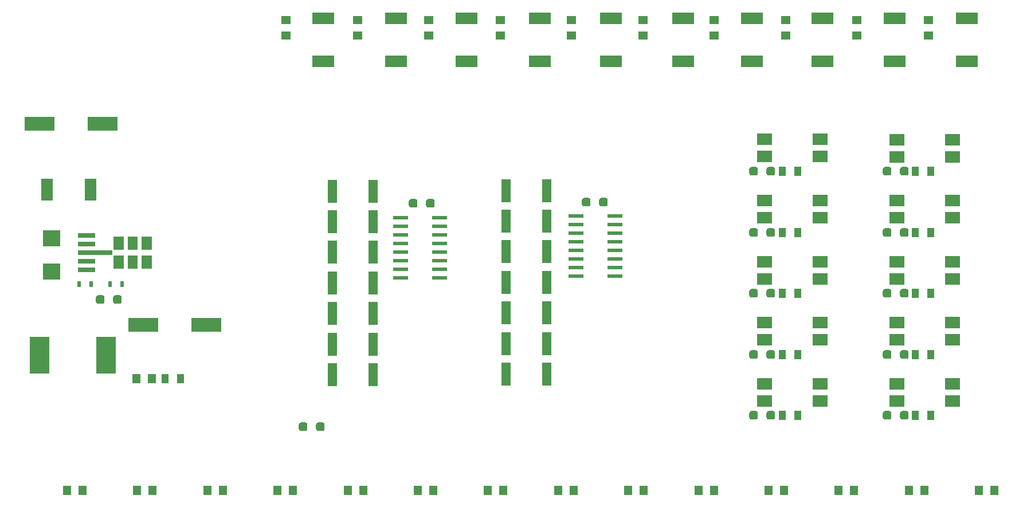
<source format=gtp>
G04*
G04 #@! TF.GenerationSoftware,Altium Limited,Altium Designer,20.2.3 (150)*
G04*
G04 Layer_Color=8421504*
%FSTAX24Y24*%
%MOIN*%
G70*
G04*
G04 #@! TF.SameCoordinates,FD17E350-08D3-4DFF-A4DB-8DFB896FC0A1*
G04*
G04*
G04 #@! TF.FilePolarity,Positive*
G04*
G01*
G75*
%ADD24R,0.0700X0.1260*%
%ADD25R,0.1772X0.0827*%
%ADD26R,0.1024X0.0917*%
G04:AMPARAMS|DCode=27|XSize=50mil|YSize=50mil|CornerRadius=12.5mil|HoleSize=0mil|Usage=FLASHONLY|Rotation=180.000|XOffset=0mil|YOffset=0mil|HoleType=Round|Shape=RoundedRectangle|*
%AMROUNDEDRECTD27*
21,1,0.0500,0.0250,0,0,180.0*
21,1,0.0250,0.0500,0,0,180.0*
1,1,0.0250,-0.0125,0.0125*
1,1,0.0250,0.0125,0.0125*
1,1,0.0250,0.0125,-0.0125*
1,1,0.0250,-0.0125,-0.0125*
%
%ADD27ROUNDEDRECTD27*%
%ADD28R,0.0394X0.0550*%
%ADD29R,0.0500X0.0550*%
%ADD30R,0.0550X0.0500*%
%ADD31R,0.1299X0.0709*%
%ADD32R,0.0236X0.0354*%
%ADD33R,0.0866X0.0236*%
%ADD34R,0.1181X0.2126*%
%ADD35R,0.0866X0.0669*%
%ADD36R,0.0992X0.0311*%
%ADD37R,0.2008X0.0311*%
%ADD38R,0.0528X0.1346*%
G36*
X221737Y136884D02*
X221146D01*
Y13764D01*
X221737D01*
Y136884D01*
D02*
G37*
G36*
X220922D02*
X220331D01*
Y13764D01*
X220922D01*
Y136884D01*
D02*
G37*
G36*
X220107D02*
X219516D01*
Y13764D01*
X220107D01*
Y136884D01*
D02*
G37*
G36*
X221737Y13579D02*
X221146D01*
Y136546D01*
X221737D01*
Y13579D01*
D02*
G37*
G36*
X220922D02*
X220331D01*
Y136546D01*
X220922D01*
Y13579D01*
D02*
G37*
G36*
X220107D02*
X219516D01*
Y136546D01*
X220107D01*
Y13579D01*
D02*
G37*
D24*
X218183Y140405D02*
D03*
X215643D02*
D03*
D25*
X224928Y132527D02*
D03*
X221258D02*
D03*
X218884Y144227D02*
D03*
X215215D02*
D03*
D26*
X2159Y137543D02*
D03*
Y135637D02*
D03*
D27*
X23055Y1266D02*
D03*
X23155D02*
D03*
X25675Y12725D02*
D03*
X25775D02*
D03*
Y1308D02*
D03*
X25675D02*
D03*
X25775Y13435D02*
D03*
X25675D02*
D03*
Y1379D02*
D03*
X25775D02*
D03*
Y14145D02*
D03*
X25675D02*
D03*
X2645Y1308D02*
D03*
X2655D02*
D03*
Y13435D02*
D03*
X2645D02*
D03*
Y1379D02*
D03*
X2655D02*
D03*
Y14145D02*
D03*
X2645D02*
D03*
Y12725D02*
D03*
X2655D02*
D03*
X21975Y134D02*
D03*
X21875D02*
D03*
X248Y13965D02*
D03*
X247D02*
D03*
X23695Y1396D02*
D03*
X23795D02*
D03*
D28*
X2584Y12725D02*
D03*
X2593D02*
D03*
X2584Y1308D02*
D03*
X2593D02*
D03*
X2584Y13435D02*
D03*
X2593D02*
D03*
X2584Y1379D02*
D03*
X2593D02*
D03*
X2584Y14145D02*
D03*
X2593D02*
D03*
X2225Y1294D02*
D03*
X2234D02*
D03*
X26615Y12725D02*
D03*
X26705D02*
D03*
X26615Y1308D02*
D03*
X26705D02*
D03*
X26615Y13435D02*
D03*
X26705D02*
D03*
X26615Y1379D02*
D03*
X26705D02*
D03*
X26615Y14145D02*
D03*
X26705D02*
D03*
D29*
X21771Y1229D02*
D03*
X21681D02*
D03*
X22089D02*
D03*
X22179D02*
D03*
X22587D02*
D03*
X22497D02*
D03*
X22905D02*
D03*
X22995D02*
D03*
X23403D02*
D03*
X23313D02*
D03*
X23721D02*
D03*
X23811D02*
D03*
X24219D02*
D03*
X24129D02*
D03*
X24537D02*
D03*
X24627D02*
D03*
X25035D02*
D03*
X24945D02*
D03*
X25353D02*
D03*
X25443D02*
D03*
X25851D02*
D03*
X25761D02*
D03*
X26169D02*
D03*
X26259D02*
D03*
X26667D02*
D03*
X26577D02*
D03*
X26985D02*
D03*
X27075D02*
D03*
X22175Y1294D02*
D03*
X22085D02*
D03*
D30*
X229549Y150268D02*
D03*
Y149368D02*
D03*
X250299D02*
D03*
Y150268D02*
D03*
X233699D02*
D03*
Y149368D02*
D03*
X254449D02*
D03*
Y150268D02*
D03*
X237849D02*
D03*
Y149368D02*
D03*
X258599D02*
D03*
Y150268D02*
D03*
X241999D02*
D03*
Y149368D02*
D03*
X262749D02*
D03*
Y150268D02*
D03*
X246149D02*
D03*
Y149368D02*
D03*
X266899D02*
D03*
Y150268D02*
D03*
D31*
X26915Y15036D02*
D03*
Y14784D02*
D03*
X24845Y15036D02*
D03*
Y14784D02*
D03*
X26495Y15036D02*
D03*
Y14784D02*
D03*
X2443Y15036D02*
D03*
Y14784D02*
D03*
X26075Y15036D02*
D03*
Y14784D02*
D03*
X24005Y15036D02*
D03*
Y14784D02*
D03*
X25665Y15036D02*
D03*
Y14784D02*
D03*
X23595Y15036D02*
D03*
Y14784D02*
D03*
X25265Y15036D02*
D03*
Y14784D02*
D03*
X2317Y15036D02*
D03*
Y14784D02*
D03*
D32*
X220015Y1349D02*
D03*
X2193Y1349D02*
D03*
X218215Y1349D02*
D03*
X2175Y1349D02*
D03*
D33*
X246426Y13885D02*
D03*
Y13835D02*
D03*
Y13785D02*
D03*
Y13735D02*
D03*
Y13685D02*
D03*
Y13635D02*
D03*
Y13585D02*
D03*
Y13535D02*
D03*
X248674Y13885D02*
D03*
Y13835D02*
D03*
Y13785D02*
D03*
Y13735D02*
D03*
Y13685D02*
D03*
Y13635D02*
D03*
Y13585D02*
D03*
Y13535D02*
D03*
X238474Y13525D02*
D03*
Y13575D02*
D03*
Y13625D02*
D03*
Y13675D02*
D03*
Y13725D02*
D03*
Y13775D02*
D03*
Y13825D02*
D03*
Y13875D02*
D03*
X236226Y13525D02*
D03*
Y13575D02*
D03*
Y13625D02*
D03*
Y13675D02*
D03*
Y13725D02*
D03*
Y13775D02*
D03*
Y13825D02*
D03*
Y13875D02*
D03*
D34*
X215207Y130757D02*
D03*
X219066D02*
D03*
D35*
X260597Y14231D02*
D03*
Y14331D02*
D03*
X257369Y14231D02*
D03*
Y14331D02*
D03*
Y13975D02*
D03*
Y13875D02*
D03*
X260597Y13975D02*
D03*
Y13875D02*
D03*
Y1352D02*
D03*
Y1362D02*
D03*
X257369Y1352D02*
D03*
Y1362D02*
D03*
Y13265D02*
D03*
Y13165D02*
D03*
X260597Y13265D02*
D03*
Y13165D02*
D03*
Y1281D02*
D03*
Y1291D02*
D03*
X257369Y1281D02*
D03*
Y1291D02*
D03*
X265069Y1433D02*
D03*
Y1423D02*
D03*
X268297Y1433D02*
D03*
Y1423D02*
D03*
Y13875D02*
D03*
Y13975D02*
D03*
X265069Y13875D02*
D03*
Y13975D02*
D03*
Y1362D02*
D03*
Y1352D02*
D03*
X268297Y1362D02*
D03*
Y1352D02*
D03*
Y13165D02*
D03*
Y13265D02*
D03*
X265069Y13165D02*
D03*
Y13265D02*
D03*
Y1291D02*
D03*
Y1281D02*
D03*
X268297Y1291D02*
D03*
Y1281D02*
D03*
D36*
X217942Y136215D02*
D03*
Y135715D02*
D03*
Y137215D02*
D03*
Y137715D02*
D03*
D37*
X21845Y136715D02*
D03*
D38*
X23225Y129618D02*
D03*
X234604D02*
D03*
X23225Y131399D02*
D03*
X234604D02*
D03*
X23225Y134961D02*
D03*
X234604D02*
D03*
X23225Y138523D02*
D03*
X234604D02*
D03*
X23225Y136742D02*
D03*
X234604D02*
D03*
X23225Y13318D02*
D03*
X234604D02*
D03*
X23225Y140304D02*
D03*
X234604D02*
D03*
X24235Y136774D02*
D03*
X244704D02*
D03*
X24235Y131431D02*
D03*
X244704D02*
D03*
X24235Y140337D02*
D03*
X244704D02*
D03*
X24235Y134993D02*
D03*
X244704D02*
D03*
X24235Y133212D02*
D03*
X244704D02*
D03*
X24235Y12965D02*
D03*
X244704D02*
D03*
X24235Y138556D02*
D03*
X244704D02*
D03*
M02*

</source>
